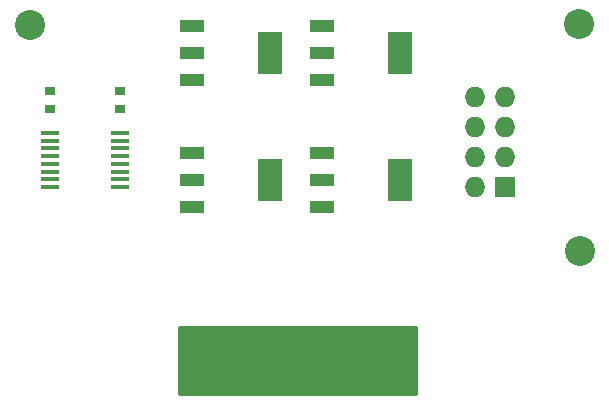
<source format=gbr>
G04 #@! TF.FileFunction,Soldermask,Bot*
%FSLAX46Y46*%
G04 Gerber Fmt 4.6, Leading zero omitted, Abs format (unit mm)*
G04 Created by KiCad (PCBNEW 4.0.6-e0-6349~53~ubuntu14.04.1) date Fri Apr 14 19:04:04 2017*
%MOMM*%
%LPD*%
G01*
G04 APERTURE LIST*
%ADD10C,0.100000*%
%ADD11C,0.650240*%
%ADD12R,0.650240X4.599940*%
%ADD13R,0.650240X3.599180*%
%ADD14R,2.032000X3.657600*%
%ADD15R,2.032000X1.016000*%
%ADD16R,1.500000X0.450000*%
%ADD17C,2.540000*%
%ADD18R,0.864000X0.787000*%
%ADD19R,1.727200X1.727200*%
%ADD20O,1.727200X1.727200*%
%ADD21C,0.254000*%
G04 APERTURE END LIST*
D10*
D11*
X140500400Y-102301240D03*
D12*
X159499600Y-100000000D03*
X158498840Y-100000000D03*
X157500620Y-100000000D03*
X156499860Y-100000000D03*
X155499100Y-100000000D03*
X154500880Y-100000000D03*
X153500120Y-100000000D03*
X152499360Y-100000000D03*
X151501140Y-100000000D03*
X150500380Y-100000000D03*
X149499620Y-100000000D03*
X144500900Y-100000000D03*
X143500140Y-100000000D03*
X142499380Y-100000000D03*
D13*
X141501160Y-99499620D03*
D12*
X140500400Y-100000000D03*
X146499880Y-100000000D03*
X145499120Y-100000000D03*
D11*
X157500620Y-102301240D03*
X156499860Y-102301240D03*
X155499100Y-102301240D03*
X154500880Y-102301240D03*
X153500120Y-102301240D03*
X152499360Y-102301240D03*
X151501140Y-102301240D03*
X150500380Y-102301240D03*
X149499620Y-102301240D03*
X159499600Y-102301240D03*
X146499880Y-102301240D03*
X145499120Y-102301240D03*
X144500900Y-102301240D03*
X143500140Y-102301240D03*
X142499380Y-102301240D03*
X158498840Y-102301240D03*
D14*
X158702000Y-85200000D03*
D15*
X152098000Y-85200000D03*
X152098000Y-82914000D03*
X152098000Y-87486000D03*
D14*
X147702000Y-85200000D03*
D15*
X141098000Y-85200000D03*
X141098000Y-82914000D03*
X141098000Y-87486000D03*
D14*
X147702000Y-74400000D03*
D15*
X141098000Y-74400000D03*
X141098000Y-72114000D03*
X141098000Y-76686000D03*
D14*
X158702000Y-74400000D03*
D15*
X152098000Y-74400000D03*
X152098000Y-72114000D03*
X152098000Y-76686000D03*
D16*
X134950000Y-81225000D03*
X134950000Y-81875000D03*
X134950000Y-82525000D03*
X134950000Y-83175000D03*
X134950000Y-83825000D03*
X134950000Y-84475000D03*
X134950000Y-85125000D03*
X134950000Y-85775000D03*
X129050000Y-85775000D03*
X129050000Y-85125000D03*
X129050000Y-84475000D03*
X129050000Y-83825000D03*
X129050000Y-83175000D03*
X129050000Y-82525000D03*
X129050000Y-81875000D03*
X129050000Y-81225000D03*
D17*
X127300000Y-72100000D03*
X173900000Y-91200000D03*
X173800000Y-72000000D03*
D18*
X135000000Y-79174500D03*
X135000000Y-77625500D03*
X129000000Y-79174500D03*
X129000000Y-77625500D03*
D19*
X167570000Y-85810000D03*
D20*
X165030000Y-85810000D03*
X167570000Y-83270000D03*
X165030000Y-83270000D03*
X167570000Y-80730000D03*
X165030000Y-80730000D03*
X167570000Y-78190000D03*
X165030000Y-78190000D03*
D21*
G36*
X160023000Y-103298000D02*
X139977000Y-103298000D01*
X139977000Y-97602000D01*
X160023000Y-97602000D01*
X160023000Y-103298000D01*
X160023000Y-103298000D01*
G37*
X160023000Y-103298000D02*
X139977000Y-103298000D01*
X139977000Y-97602000D01*
X160023000Y-97602000D01*
X160023000Y-103298000D01*
M02*

</source>
